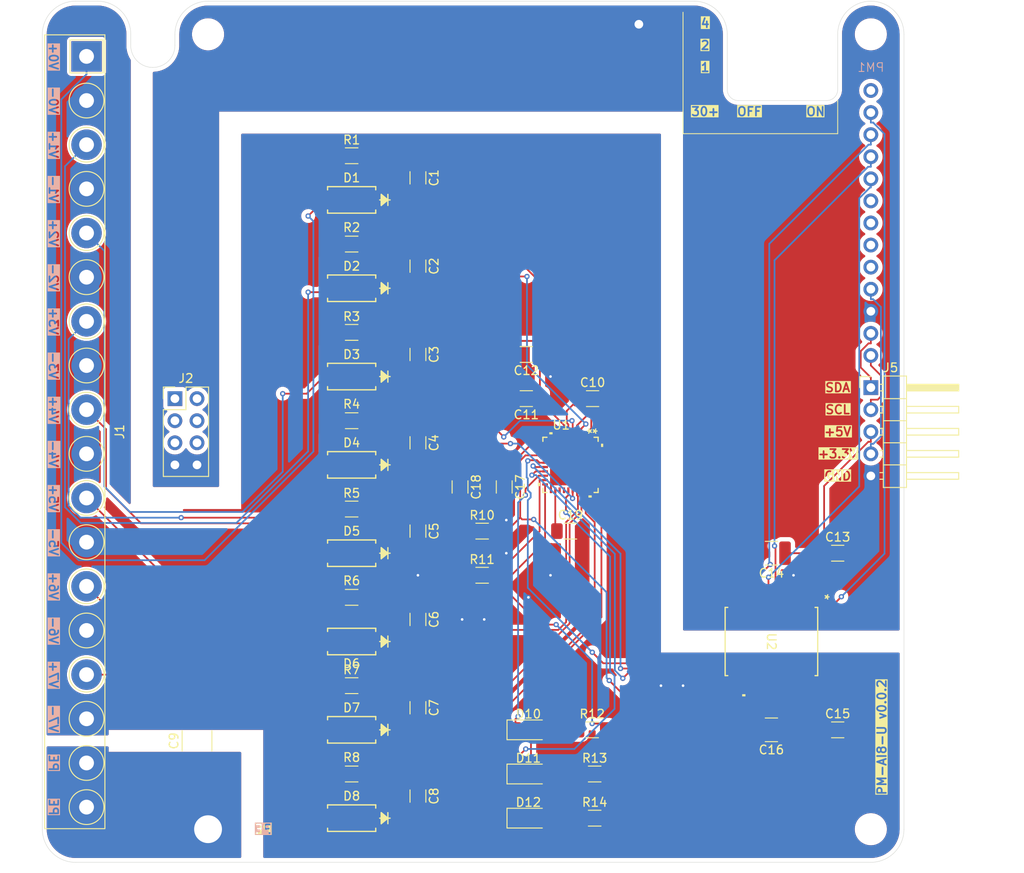
<source format=kicad_pcb>
(kicad_pcb (version 20240108) (generator "pcbnew") (generator_version "8.0")
  (layers (0 "F.Cu" signal) (31 "B.Cu" signal) (34 "B.Paste" user) (35 "F.Paste" user) (36 "B.SilkS" user "B.Silkscreen") (37 "F.SilkS" user "F.Silkscreen") (38 "B.Mask" user) (39 "F.Mask" user) (44 "Edge.Cuts" user))
  (net 0 "")
  (net 4 "FGND")
  (net 13 "/voltage_input/IN02")
  (net 14 "/voltage_input/IN03")
  (net 15 "/voltage_input/IN04")
  (net 16 "/voltage_input/IN05")
  (net 17 "/voltage_input/IN06")
  (net 18 "/voltage_input/IN07")
  (net 19 "/voltage_input/IN08")
  (net 20 "/voltage_input/IN01")
  (net 21 "/AD_VIN6")
  (net 22 "/AD_VIN1")
  (net 23 "/AD_VIN0")
  (net 24 "/AD_VIN5")
  (net 25 "/AD_VIN3")
  (net 26 "/AD_VIN4")
  (net 27 "/AD_VIN2")
  (net 28 "/AD_VIN7")
  (net 29 "Net-(U1-REFOUT)")
  (net 30 "Net-(U1-REGCAPA)")
  (net 32 "/isolation/MOSI_ISO")
  (net 33 "/isolation/MISO_ISO")
  (net 34 "/isolation/CLK_ISO")
  (net 35 "/isolation/CS_ISO")
  (net 36 "/MISO")
  (net 37 "/MOSI")
  (net 38 "/CLK")
  (net 39 "/CS")
  (net 40 "GND")
  (net 41 "+5V")
  (net 42 "+3.3V_ISO")
  (net 43 "Net-(U1-SYNC)")
  (net 44 "Net-(U1-REGCAPD)")
  (net 45 "Net-(D10-K)")
  (net 46 "Net-(D10-A)")
  (net 47 "Net-(D11-A)")
  (net 48 "Net-(D11-K)")
  (net 49 "Net-(D12-K)")
  (net 50 "Net-(D12-A)")
  (net 59 "/SCL")
  (net 61 "/SDA")
  (net 63 "+3.3V")
  (net 65 "PE")
  (footprint "MountingHole:MountingHole_3.2mm_M3" (layer "F.Cu") (at 120.65 54.61)
    (property "Reference" "H2" (hide yes))
    (property "Value" "MountingHole")
  )
  (footprint "Resistor_SMD:R_1206_3216Metric_Pad1.30x1.75mm_HandSolder" (layer "F.Cu") (at 60.96 99.06)
    (property "Reference" "R4")
    (property "Value" "180R")
  )
  (footprint "Capacitor_SMD:C_1206_3216Metric_Pad1.33x1.80mm_HandSolder" (layer "F.Cu") (at 116.84 134.62)
    (property "Reference" "C15")
    (property "Value" "100nF")
  )
  (footprint "kicad_inventree_lib:SMASeries_LTF-M" (layer "F.Cu") (at 60.96 93.98 180)
    (property "Reference" "D3")
    (property "Value" "SMAJ33CA")
  )
  (footprint "Resistor_SMD:R_1206_3216Metric_Pad1.30x1.75mm_HandSolder" (layer "F.Cu") (at 60.96 68.58)
    (property "Reference" "R1")
    (property "Value" "180R")
  )
  (footprint "Capacitor_SMD:C_1206_3216Metric_Pad1.33x1.80mm_HandSolder" (layer "F.Cu") (at 68.58 91.44 -90)
    (property "Reference" "C3")
    (property "Value" "4.7 nF")
  )
  (footprint "Capacitor_SMD:C_1206_3216Metric_Pad1.33x1.80mm_HandSolder" (layer "F.Cu") (at 68.58 121.92 -90)
    (property "Reference" "C6")
    (property "Value" "4.7 nF")
  )
  (footprint "Capacitor_SMD:C_1206_3216Metric_Pad1.33x1.80mm_HandSolder" (layer "F.Cu") (at 86.1208 111.76)
    (property "Reference" "C19")
    (property "Value" "1uF")
  )
  (footprint "Capacitor_SMD:C_1206_3216Metric_Pad1.33x1.80mm_HandSolder" (layer "F.Cu") (at 88.6608 96.52)
    (property "Reference" "C10")
    (property "Value" "100nF")
  )
  (footprint "Resistor_SMD:R_1206_3216Metric_Pad1.30x1.75mm_HandSolder" (layer "F.Cu") (at 60.96 139.7)
    (property "Reference" "R8")
    (property "Value" "180R")
  )
  (footprint "kicad_inventree_lib:PM-front-02x04" (layer "F.Cu") (at 39.37 100.33)
    (property "Reference" "J2")
    (property "Value" "~")
  )
  (footprint "kicad_inventree_lib:SMASeries_LTF-M" (layer "F.Cu") (at 60.96 104.14 180)
    (property "Reference" "D4")
    (property "Value" "SMAJ33CA")
  )
  (footprint "Capacitor_SMD:C_1206_3216Metric_Pad1.33x1.80mm_HandSolder" (layer "F.Cu") (at 73.4208 106.68 -90)
    (property "Reference" "C18")
    (property "Value" "1uF")
  )
  (footprint "Capacitor_SMD:C_1206_3216Metric_Pad1.33x1.80mm_HandSolder" (layer "F.Cu") (at 68.58 71.12 -90)
    (property "Reference" "C1")
    (property "Value" "4.7 nF")
  )
  (footprint "Capacitor_SMD:C_1206_3216Metric_Pad1.33x1.80mm_HandSolder" (layer "F.Cu") (at 68.58 142.24 -90)
    (property "Reference" "C8")
    (property "Value" "4.7 nF")
  )
  (footprint "kicad_inventree_lib:SMASeries_LTF-M" (layer "F.Cu") (at 60.96 134.62 180)
    (property "Reference" "D7")
    (property "Value" "SMAJ33CA")
  )
  (footprint "LED_SMD:LED_1206_3216Metric_Pad1.42x1.75mm_HandSolder" (layer "F.Cu") (at 81.28 134.62)
    (property "Reference" "D10")
    (property "Value" "Green")
  )
  (footprint "Capacitor_SMD:C_1210_3225Metric_Pad1.33x2.70mm_HandSolder" (layer "F.Cu") (at 109.22 134.62 180)
    (property "Reference" "C16")
    (property "Value" "10uF")
  )
  (footprint "NextPCB:Degson_2EDGR-5.08-18P" (layer "F.Cu") (at 30.48 57.15 -90)
    (property "Reference" "J1")
    (property "Value" "2EDGR-5.08-18P")
  )
  (footprint "kicad_inventree_lib:SMASeries_LTF-M" (layer "F.Cu") (at 60.96 124.46 180)
    (property "Reference" "D6")
    (property "Value" "SMAJ33CA")
  )
  (footprint "kicad_inventree_lib:SMASeries_LTF-M" (layer "F.Cu") (at 60.96 114.3 180)
    (property "Reference" "D5")
    (property "Value" "SMAJ33CA")
  )
  (footprint "Connector_PinHeader_2.54mm:PinHeader_1x05_P2.54mm_Horizontal" (layer "F.Cu") (at 120.65 95.25)
    (property "Reference" "J5")
    (property "Value" "PinHeader_01x05_P2.54_THT_angle")
  )
  (footprint "LED_SMD:LED_1206_3216Metric_Pad1.42x1.75mm_HandSolder" (layer "F.Cu") (at 81.28 144.78)
    (property "Reference" "D12")
    (property "Value" "Green")
  )
  (footprint "kicad_inventree_lib:SOIC16-WBW_CLG-M" (layer "F.Cu") (at 109.22 124.46 -90)
    (property "Reference" "U2")
    (property "Value" "CA-IS3641HW")
  )
  (footprint "Resistor_SMD:R_1206_3216Metric_Pad1.30x1.75mm_HandSolder" (layer "F.Cu") (at 60.96 78.74)
    (property "Reference" "R2")
    (property "Value" "180R")
  )
  (footprint "Capacitor_SMD:C_1206_3216Metric_Pad1.33x1.80mm_HandSolder" (layer "F.Cu") (at 68.58 81.28 -90)
    (property "Reference" "C2")
    (property "Value" "4.7 nF")
  )
  (footprint "kicad_inventree_lib:PE" (layer "F.Cu") (at 44.45 146.05)
    (property "Reference" "D9" (hide yes))
    (property "Value" "~")
  )
  (footprint "kicad_inventree_lib:AD4111BCPZ_ADI" (layer "F.Cu") (at 86.1208 104.14 -90)
    (property "Reference" "U1")
    (property "Value" "AD4111BCPZ")
  )
  (footprint "Resistor_SMD:R_1206_3216Metric_Pad1.30x1.75mm_HandSolder" (layer "F.Cu") (at 60.96 119.38)
    (property "Reference" "R6")
    (property "Value" "180R")
  )
  (footprint "Resistor_SMD:R_1206_3216Metric_Pad1.30x1.75mm_HandSolder" (layer "F.Cu") (at 88.9 144.78)
    (property "Reference" "R14")
    (property "Value" "4k7")
  )
  (footprint "Resistor_SMD:R_1206_3216Metric_Pad1.30x1.75mm_HandSolder" (layer "F.Cu") (at 75.9608 116.84)
    (property "Reference" "R11")
    (property "Value" "100k")
  )
  (footprint "MountingHole:MountingHole_3.2mm_M3" (layer "F.Cu") (at 120.65 146.05)
    (property "Reference" "H3" (hide yes))
    (property "Value" "MountingHole")
  )
  (footprint "Resistor_SMD:R_1206_3216Metric_Pad1.30x1.75mm_HandSolder" (layer "F.Cu") (at 60.96 88.9)
    (property "Reference" "R3")
    (property "Value" "180R")
  )
  (footprint "Capacitor_SMD:C_1206_3216Metric_Pad1.33x1.80mm_HandSolder" (layer "F.Cu") (at 81.0408 91.44 180)
    (property "Reference" "C12")
    (property "Value" "1uF")
  )
  (footprint "Resistor_SMD:R_1206_3216Metric_Pad1.30x1.75mm_HandSolder" (layer "F.Cu") (at 88.61 134.62)
    (property "Reference" "R12")
    (property "Value" "4k7")
  )
  (footprint "Capacitor_SMD:C_1206_3216Metric_Pad1.33x1.80mm_HandSolder" (layer "F.Cu") (at 78.5008 106.68 -90)
    (property "Reference" "C17")
    (property "Value" "100nF")
  )
  (footprint "kicad_inventree_lib:SMASeries_LTF-M" (layer "F.Cu") (at 60.96 73.66 180)
    (property "Reference" "D1")
    (property "Value" "SMAJ33CA")
  )
  (footprint "Resistor_SMD:R_1206_3216Metric_Pad1.30x1.75mm_HandSolder" (layer "F.Cu") (at 60.96 109.22)
    (property "Reference" "R5")
    (property "Value" "180R")
  )
  (footprint "Capacitor_SMD:C_1206_3216Metric_Pad1.33x1.80mm_HandSolder" (layer "F.Cu") (at 68.58 111.76 -90)
    (property "Reference" "C5")
    (property "Value" "4.7 nF")
  )
  (footprint "kicad_inventree_lib:SMASeries_LTF-M" (layer "F.Cu") (at 60.96 83.82 180)
    (property "Reference" "D2")
    (property "Value" "SMAJ33CA")
  )
  (footprint "Capacitor_SMD:C_1206_3216Metric_Pad1.33x1.80mm_HandSolder" (layer "F.Cu") (at 116.84 114.3)
    (property "Reference" "C13")
    (property "Value" "100nF")
  )
  (footprint "Resistor_SMD:R_1206_3216Metric_Pad1.30x1.75mm_HandSolder" (layer "F.Cu") (at 88.9 139.7)
    (property "Reference" "R13")
    (property "Value" "4k7")
  )
  (footprint "MountingHole:MountingHole_3.2mm_M3" (layer "F.Cu") (at 44.45 54.61)
    (property "Reference" "H1" (hide yes))
    (property "Value" "MountingHole")
  )
  (footprint "Capacitor_SMD:C_1206_3216Metric_Pad1.33x1.80mm_HandSolder" (layer "F.Cu") (at 68.58 101.6 -90)
    (property "Reference" "C4")
    (property "Value" "4.7 nF")
  )
  (footprint "Capacitor_SMD:C_1812_4532Metric_Pad1.57x3.40mm_HandSolder" (layer "F.Cu") (at 43.18 135.89 90)
    (property "Reference" "C9")
    (property "Value" "4.7nF 2kV")
  )
  (footprint "Resistor_SMD:R_1206_3216Metric_Pad1.30x1.75mm_HandSolder" (layer "F.Cu") (at 60.96 129.54)
    (property "Reference" "R7")
    (property "Value" "180R")
  )
  (footprint "Capacitor_SMD:C_1206_3216Metric_Pad1.33x1.80mm_HandSolder" (layer "F.Cu") (at 68.58 132.08 -90)
    (property "Reference" "C7")
    (property "Value" "4.7 nF")
  )
  (footprint "Resistor_SMD:R_1206_3216Metric_Pad1.30x1.75mm_HandSolder" (layer "F.Cu") (at 75.9608 111.76)
    (property "Reference" "R10")
    (property "Value" "100k")
  )
  (footprint "Capacitor_SMD:C_1206_3216Metric_Pad1.33x1.80mm_HandSolder" (layer "F.Cu") (at 81.0408 96.52 180)
    (property "Reference" "C11")
    (property "Value" "100nF")
  )
  (footprint "Capacitor_SMD:C_1210_3225Metric_Pad1.33x2.70mm_HandSolder" (layer "F.Cu") (at 109.22 114.3 180)
    (property "Reference" "C14")
    (property "Value" "10uF")
  )
  (footprint "kicad_inventree_lib:SMASeries_LTF-M" (layer "F.Cu") (at 60.96 144.78 180)
    (property "Reference" "D8")
    (property "Value" "SMAJ33CA")
  )
  (footprint "LED_SMD:LED_1206_3216Metric_Pad1.42x1.75mm_HandSolder" (layer "F.Cu") (at 81.28 139.7)
    (property "Reference" "D11")
    (property "Value" "Green")
  )
  (footprint "kicad_inventree_lib:PM-ESP32C3" (layer "B.Cu") (at 106.68 50.9125 180)
    (property "Reference" "PM1")
    (property "Value" "~")
  )
  (gr_line (start 99.06 66.04) (end 116.84 66.04) (stroke (width 0.1)) (layer "F.SilkS"))
  (gr_line (start 116.84 66.04) (end 116.84 62.23) (stroke (width 0.1)) (layer "F.SilkS"))
  (gr_line (start 99.06 52.07) (end 99.06 66.04) (stroke (width 0.1)) (layer "F.SilkS"))
  (gr_line (start 104.14 54.61) (end 104.14 60.96) (stroke (width 0.05)) (layer "Edge.Cuts"))
  (gr_line (start 44.45 50.8) (end 100.33 50.8) (stroke (width 0.05)) (layer "Edge.Cuts"))
  (gr_arc (start 38.1 58.42) (mid 36.303949 57.676051) (end 35.56 55.88) (stroke (width 0.05)) (layer "Edge.Cuts"))
  (gr_line (start 124.46 54.61) (end 124.46 146.05) (stroke (width 0.05)) (layer "Edge.Cuts"))
  (gr_arc (start 40.64 54.61) (mid 41.755923 51.915923) (end 44.45 50.8) (stroke (width 0.05)) (layer "Edge.Cuts"))
  (gr_line (start 105.41 62.23) (end 115.57 62.23) (stroke (width 0.05)) (layer "Edge.Cuts"))
  (gr_line (start 40.64 55.88) (end 40.64 54.61) (stroke (width 0.05)) (layer "Edge.Cuts"))
  (gr_arc (start 29.21 149.86) (mid 26.515923 148.744077) (end 25.4 146.05) (stroke (width 0.05)) (layer "Edge.Cuts"))
  (gr_line (start 116.84 54.61) (end 116.84 60.96) (stroke (width 0.05)) (layer "Edge.Cuts"))
  (gr_arc (start 100.33 50.8) (mid 103.024077 51.915923) (end 104.14 54.61) (stroke (width 0.05)) (layer "Edge.Cuts"))
  (gr_line (start 120.65 149.86) (end 29.21 149.86) (stroke (width 0.05)) (layer "Edge.Cuts"))
  (gr_arc (start 120.65 50.8) (mid 123.344077 51.915923) (end 124.46 54.61) (stroke (width 0.05)) (layer "Edge.Cuts"))
  (gr_arc (start 40.64 55.88) (mid 39.896051 57.676051) (end 38.1 58.42) (stroke (width 0.05)) (layer "Edge.Cuts"))
  (gr_arc (start 31.75 50.8) (mid 34.444077 51.915923) (end 35.56 54.61) (stroke (width 0.05)) (layer "Edge.Cuts"))
  (gr_arc (start 25.4 54.61) (mid 26.515923 51.915923) (end 29.21 50.8) (stroke (width 0.05)) (layer "Edge.Cuts"))
  (gr_arc (start 116.84 60.96) (mid 116.468026 61.858026) (end 115.57 62.23) (stroke (width 0.05)) (layer "Edge.Cuts"))
  (gr_line (start 35.56 55.88) (end 35.56 54.61) (stroke (width 0.05)) (layer "Edge.Cuts"))
  (gr_arc (start 124.46 146.05) (mid 123.344077 148.744077) (end 120.65 149.86) (stroke (width 0.05)) (layer "Edge.Cuts"))
  (gr_line (start 25.4 146.05) (end 25.4 54.61) (stroke (width 0.05)) (layer "Edge.Cuts"))
  (gr_arc (start 116.84 54.61) (mid 117.955923 51.915923) (end 120.65 50.8) (stroke (width 0.05)) (layer "Edge.Cuts"))
  (gr_arc (start 105.41 62.23) (mid 104.511974 61.858026) (end 104.14 60.96) (stroke (width 0.05)) (layer "Edge.Cuts"))
  (gr_line (start 29.21 50.8) (end 31.75 50.8) (stroke (width 0.05)) (layer "Edge.Cuts"))
  (gr_text "V2+" (at 26.67 77.47 -90) (layer "B.SilkS" knockout) (effects (font (size 1 1) (thickness 0.2) (bold yes)) (justify mirror)))
  (gr_text "V0-" (at 26.67 62.23 270) (layer "B.SilkS" knockout) (effects (font (size 1 1) (thickness 0.2) (bold yes)) (justify mirror)))
  (gr_text "V1-" (at 26.67 72.39 -90) (layer "B.SilkS" knockout) (effects (font (size 1 1) (thickness 0.2) (bold yes)) (justify mirror)))
  (gr_text "V5+" (at 26.67 107.95 270) (layer "B.SilkS" knockout) (effects (font (size 1 1) (thickness 0.2) (bold yes)) (justify mirror)))
  (gr_text "V6+" (at 26.67 118.11 270) (layer "B.SilkS" knockout) (effects (font (size 1 1) (thickness 0.2) (bold yes)) (justify mirror)))
  (gr_text "PE" (at 50.8 146.05 -0) (layer "B.SilkS" knockout) (effects (font (size 1 1) (thickness 0.2) (bold yes)) (justify mirror)))
  (gr_text "V2-" (at 26.67 82.55 -90) (layer "B.SilkS" knockout) (effects (font (size 1 1) (thickness 0.2) (bold yes)) (justify mirror)))
  (gr_text "PE" (at 26.67 143.51 270) (layer "B.SilkS" knockout) (effects (font (size 1 1) (thickness 0.2) (bold yes)) (justify mirror)))
  (gr_text "V0+" (at 26.67 57.15 270) (layer "B.SilkS" knockout) (effects (font (size 1 1) (thickness 0.2) (bold yes)) (justify mirror)))
  (gr_text "V4+" (at 26.67 97.79 270) (layer "B.SilkS" knockout) (effects (font (size 1 1) (thickness 0.2) (bold yes)) (justify mirror)))
  (gr_text "V7-" (at 26.67 133.35 270) (layer "B.SilkS" knockout) (effects (font (size 1 1) (thickness 0.2) (bold yes)) (justify mirror)))
  (gr_text "V3-" (at 26.67 92.71 270) (layer "B.SilkS" knockout) (effects (font (size 1 1) (thickness 0.2) (bold yes)) (justify mirror)))
  (gr_text "V3+" (at 26.67 87.63 270) (layer "B.SilkS" knockout) (effects (font (size 1 1) (thickness 0.2) (bold yes)) (justify mirror)))
  (gr_text "PE" (at 26.67 138.43 270) (layer "B.SilkS" knockout) (effects (font (size 1 1) (thickness 0.2) (bold yes)) (justify mirror)))
  (gr_text "V1+" (at 26.67 67.31 270) (layer "B.SilkS" knockout) (effects (font (size 1 1) (thickness 0.2) (bold yes)) (justify mirror)))
  (gr_text "V5-" (at 26.67 113.03 270) (layer "B.SilkS" knockout) (effects (font (size 1 1) (thickness 0.2) (bold yes)) (justify mirror)))
  (gr_text "V6-" (at 26.67 123.19 270) (layer "B.SilkS" knockout) (effects (font (size 1 1) (thickness 0.2) (bold yes)) (justify mirror)))
  (gr_text "V4-" (at 26.67 102.87 -90) (layer "B.SilkS" knockout) (effects (font (size 1 1) (thickness 0.2) (bold yes)) (justify mirror)))
  (gr_text "V7+" (at 26.67 128.27 270) (layer "B.SilkS" knockout) (effects (font (size 1 1) (thickness 0.2) (bold yes)) (justify mirror)))
  (gr_text "+5V" (at 116.84 100.33 0) (layer "F.SilkS" knockout) (effects (font (size 1 1) (thickness 0.2) (bold yes))))
  (gr_text "PE" (at 50.8 146.05 0) (layer "F.SilkS" knockout) (effects (font (size 1 1) (thickness 0.2) (bold yes))))
  (gr_text "SCL" (at 116.84 97.79 0) (layer "F.SilkS" knockout) (effects (font (size 1 1) (thickness 0.2) (bold yes))))
  (gr_text "ON" (at 114.3 63.5 0) (layer "F.SilkS" knockout) (effects (font (size 1 1) (thickness 0.2) (bold yes))))
  (gr_text "4" (at 101.6 53.34 0) (layer "F.SilkS" knockout) (effects (font (size 1 1) (thickness 0.2) (bold yes))))
  (gr_text "2" (at 101.6 55.88 0) (layer "F.SilkS" knockout) (effects (font (size 1 1) (thickness 0.2) (bold yes))))
  (gr_text "GND" (at 116.84 105.41 0) (layer "F.SilkS" knockout) (effects (font (size 1 1) (thickness 0.2) (bold yes))))
  (gr_text "30+" (at 101.6 63.5 0) (layer "F.SilkS" knockout) (effects (font (size 1 1) (thickness 0.2) (bold yes))))
  (gr_text "1" (at 101.6 58.42 0) (layer "F.SilkS" knockout) (effects (font (size 1 1) (thickness 0.2) (bold yes))))
  (gr_text "OFF" (at 106.68 63.5 0) (layer "F.SilkS" knockout) (effects (font (size 1 1) (thickness 0.2) (bold yes))))
  (gr_text "SDA" (at 116.84 95.25 0) (layer "F.SilkS" knockout) (effects (font (size 1 1) (thickness 0.2) (bold yes))))
  (gr_text "PM-AI8-U v0.0.2" (at 121.92 142.24 90) (layer "F.SilkS" knockout) (effects (font (size 1 1) (thickness 0.2) (bold yes)) (justify left)))
  (gr_text "+3.3V" (at 116.84 102.87 0) (layer "F.SilkS" knockout) (effects (font (size 1 1) (thickness 0.2) (bold yes))))
  (segment (start 88.370801 107.063002) (end 88.370801 106.390001) (width 0.2) (layer "F.Cu") (net 4))
  (segment (start 84.8708 102.89) (end 86.1208 104.14) (width 0.2) (layer "F.Cu") (net 4))
  (segment (start 83.870799 106.390001) (end 86.1208 104.14) (width 0.2) (layer "F.Cu") (net 4))
  (segment (start 83.197798 101.889999) (end 83.870799 101.889999) (width 0.2) (layer "F.Cu") (net 4))
  (segment (start 88.3708 101.217) (end 90.2233 99.3645) (width 0.2) (layer "F.Cu") (net 4))
  (segment (start 90.2233 99.3645) (end 90.2233 96.52) (width 0.2) (layer "F.Cu") (net 4))
  (segment (start 89.043802 105.39) (end 87.3708 105.39) (width 0.2) (layer "F.Cu") (net 4))
  (segment (start 84.797801 101.847198) (end 84.797801 100.446316) (width 0.2) (layer "F.Cu") (net 4))
  (segment (start 87.870799 105.889999) (end 86.1208 104.14) (width 0.2) (layer "F.Cu") (net 4))
  (segment (start 84.536485 100.185) (end 83.1433 100.185) (width 0.2) (layer "F.Cu") (net 4))
  (segment (start 89.043802 106.390001) (end 88.370801 106.390001) (width 0.2) (layer "F.Cu") (net 4))
  (segment (start 88.370801 106.390001) (end 86.1208 104.14) (width 0.2) (layer "F.Cu") (net 4))
  (segment (start 84.755 101.889999) (end 84.797801 101.847198) (width 0.2) (layer "F.Cu") (net 4))
  (segment (start 89.043802 105.889999) (end 87.870799 105.889999) (width 0.2) (layer "F.Cu") (net 4))
  (segment (start 83.870799 101.889999) (end 84.755 101.889999) (width 0.2) (layer "F.Cu") (net 4))
  (segment (start 88.370801 101.889999) (end 86.1208 104.14) (width 0.2) (layer "F.Cu") (net 4))
  (segment (start 83.870799 107.063002) (end 83.870799 106.390001) (width 0.2) (layer "F.Cu") (net 4))
  (segment (start 83.1433 100.185) (end 79.4783 96.52) (width 0.2) (layer "F.Cu") (net 4))
  (segment (start 88.370801 101.216998) (end 88.370801 101.889999) (width 0.2) (layer "F.Cu") (net 4))
  (segment (start 84.8708 101.216998) (end 84.8708 102.89) (width 0.2) (layer "F.Cu") (net 4))
  (segment (start 84.797801 100.446316) (end 84.536485 100.185) (width 0.2) (layer "F.Cu") (net 4))
  (segment (start 87.3708 105.39) (end 86.1208 104.14) (width 0.2) (layer "F.Cu") (net 4))
  (segment (start 83.870799 101.889999) (end 86.1208 104.14) (width 0.2) (layer "F.Cu") (net 4))
  (via (at 76.2 121.92) (size 0.6) (drill 0.3) (layers "F.Cu" "B.Cu") (net 4))
  (via (at 78.74 110.49) (size 0.6) (drill 0.3) (layers "F.Cu" "B.Cu") (net 4))
  (via (at 78.74 114.3) (size 0.6) (drill 0.3) (layers "F.Cu" "B.Cu") (net 4))
  (via (at 81.28 119.38) (size 0.6) (drill 0.3) (layers "F.Cu" "B.Cu") (net 4))
  (via (at 99.06 129.54) (size 0.6) (drill 0.3) (layers "F.Cu" "B.Cu") (net 4))
  (via (at 96.52 129.54) (size 0.6) (drill 0.3) (layers "F.Cu" "B.Cu") (net 4))
  (via (at 73.66 121.92) (size 0.6) (drill 0.3) (layers "F.Cu" "B.Cu") (net 4))
  (via (at 83.82 93.98) (size 0.6) (drill 0.3) (layers "F.Cu" "B.Cu") (net 4))
  (via (at 83.82 116.84) (size 0.6) (drill 0.3) (layers "F.Cu" "B.Cu") (net 4))
  (via (at 68.58 116.84) (size 0.6) (drill 0.3) (layers "F.Cu" "B.Cu") (net 4))
  (segment (start 57.7631 80.3869) (end 57.7631 83.82) (width 0.2) (layer "F.Cu") (net 13))
  (segment (start 59.3471 83.82) (end 57.7631 83.82) (width 0.2) (layer "F.Cu") (net 13))
  (segment (start 55.9548 84.2712) (end 57.3119 84.2712) (width 0.2) (layer "F.Cu") (net 13))
  (segment (start 57.3119 84.2712) (end 57.7631 83.82) (width 0.2) (layer "F.Cu") (net 13))
  (segment (start 59.41 78.74) (end 57.7631 80.3869) (width 0.2) (layer "F.Cu") (net 13))
  (via (at 55.9548 84.2712) (size 0.6) (drill 0.3) (layers "F.Cu" "B.Cu") (net 13))
  (segment (start 55.9548 84.2712) (end 55.9548 102.581) (width 0.2) (layer "B.Cu") (net 13))
  (segment (start 47.7125 110.823) (end 29.8179 110.823) (width 0.2) (layer "B.Cu") (net 13))
  (segment (start 28.0033 69.7867) (end 30.48 67.31) (width 0.2) (layer "B.Cu") (net 13))
  (segment (start 28.0033 109.009) (end 28.0033 69.7867) (width 0.2) (layer "B.Cu") (net 13))
  (segment (start 55.9548 102.581) (end 47.7125 110.823) (width 0.2) (layer "B.Cu") (net 13))
  (segment (start 29.8179 110.823) (end 28.0033 109.009) (width 0.2) (layer "B.Cu") (net 13))
  (segment (start 57.7627 93.98) (end 57.7627 90.5473) (width 0.2) (layer "F.Cu") (net 14))
  (segment (start 57.7627 90.5473) (end 59.41 88.9) (width 0.2) (layer "F.Cu") (net 14))
  (segment (start 53.0353 95.9492) (end 55.7935 95.9492) (width 0.2) (layer "F.Cu") (net 14))
  (segment (start 55.7935 95.9492) (end 57.7627 93.98) (width 0.2) (layer "F.Cu") (net 14))
  (segment (start 59.3471 93.98) (end 57.7627 93.98) (width 0.2) (layer "F.Cu") (net 14))
  (via (at 53.0353 95.9492) (size 0.6) (drill 0.3) (layers "F.Cu" "B.Cu") (net 14))
  (segment (start 53.0353 95.9492) (end 53.0353 104.924) (width 0.2) (layer "B.Cu") (net 14))
  (segment (start 32.5317 79.5217) (end 30.48 77.47) (width 0.2) (layer "B.Cu") (net 14))
  (segment (start 53.0353 104.924) (end 48.4024 109.557) (width 0.2) (layer "B.Cu") (net 14))
  (segment (start 35.4679 109.557) (end 32.5317 106.621) (width 0.2) (layer "B.Cu") (net 14))
  (segment (start 48.4024 109.557) (end 35.4679 109.557) (width 0.2) (layer "B.Cu") (net 14))
  (segment (start 32.5317 106.621) (end 32.5317 79.5217) (width 0.2) (layer "B.Cu") (net 14))
  (segment (start 57.7627 104.14) (end 57.7627 100.707) (width 0.2) (layer "F.Cu") (net 15))
  (segment (start 57.7627 100.707) (end 59.41 99.06) (width 0.2) (layer "F.Cu") (net 15))
  (segment (start 41.3573 110.212) (end 51.6905 110.212) (width 0.2) (layer "F.Cu") (net 15))
  (segment (start 59.3471 104.14) (end 57.7627 104.14) (width 0.2) (layer "F.Cu") (net 15))
  (segment (start 51.6905 110.212) (end 57.7627 104.14) (width 0.2) (layer "F.Cu") (net 15))
  (via (at 41.3573 110.212) (size 0.6) (drill 0.3) (layers "F.Cu" "B.Cu") (net 15))
  (segment (start 29.7749 110.212) (end 28.4208 108.858) (width 0.2) (layer "B.Cu") (net 15))
  (segment (start 28.4208 89.6892) (end 30.48 87.63) (width 0.2) (layer "B.Cu") (net 15))
  (segment (start 28.4208 108.858) (end 28.4208 89.6892) (width 0.2) (layer "B.Cu") (net 15))
  (segment (start 41.3573 110.212) (end 29.7749 110.212) (width 0.2) (layer "B.Cu") (net 15))
  (segment (start 57.7627 114.3) (end 57.7627 110.867) (width 0.2) (layer "F.Cu") (net 16))
  (segment (start 57.7627 110.867) (end 59.41 109.22) (width 0.2) (layer "F.Cu") (net 16))
  (segment (start 36.7455 110.867) (end 32.7176 106.839) (width 0.2) (layer "F.Cu") (net 16))
  (segment (start 59.3471 114.3) (end 57.7627 114.3) (width 0.2) (layer "F.Cu") (net 16))
  (segment (start 32.7176 100.028) (end 30.48 97.79) (width 0.2) (layer "F.Cu") (net 16))
  (segment (start 57.7627 110.867) (end 36.7455 110.867) (width 0.2) (layer "F.Cu") (net 16))
  (segment (start 32.7176 106.839) (end 32.7176 100.028) (width 0.2) (layer "F.Cu") (net 16))
  (segment (start 59.41 119.38) (end 41.91 119.38) (width 0.2) (layer "F.Cu") (net 17))
  (segment (start 59.41 119.38) (end 57.8644 120.9256) (width 0.2) (layer "F.Cu") (net 17))
  (segment (start 57.8644 120.9256) (end 57.8644 123.4345) (width 0.2) (layer "F.Cu") (net 17))
  (segment (start 41.91 119.38) (end 30.48 107.95) (width 0.2) (layer "F.Cu") (net 17))
  (segment (start 58.8899 124.46) (end 59.3471 124.46) (width 0.2) (layer "F.Cu") (net 17))
  (segment (start 57.8644 123.4345) (end 58.8899 124.46) (width 0.2) (layer "F.Cu") (net 17))
  (segment (start 30.48 118.11) (end 39.6228 127.253) (width 0.2) (layer "F.Cu") (net 18))
  (segment (start 39.6228 127.253) (end 57.1228 127.253) (width 0.2) (layer "F.Cu") (net 18))
  (segment (start 57.7627 134.62) (end 57.7627 131.187) (width 0.2) (layer "F.Cu") (net 18))
  (segment (start 59.3471 134.62) (end 57.7627 134.62) (width 0.2) (layer "F.Cu") (net 18))
  (segment (start 57.1228 127.253) (end 59.41 129.54) (width 0.2) (layer "F.Cu") (net 18))
  (segment (start 57.7627 131.187) (end 59.41 129.54) (width 0.2) (layer "F.Cu") (net 18))
  (segment (start 57.7627 141.347) (end 59.41 139.7) (width 0.2) (layer "F.Cu") (net 19))
  (segment (start 57.7627 144.78) (end 57.7627 141.347) (width 0.2) (layer "F.Cu") (net 19))
  (segment (start 59.3471 144.78) (end 57.7627 144.78) (width 0.2) (layer "F.Cu") (net 19))
  (segment (start 59.41 139.7) (end 47.98 128.27) (width 0.2) (layer "F.Cu") (net 19))
  (segment (start 47.98 128.27) (end 30.48 128.27) (width 0.2) (layer "F.Cu") (net 19))
  (segment (start 59.3471 73.66) (end 57.7627 73.66) (width 0.2) (layer "F.Cu") (net 20))
  (segment (start 57.7627 70.2273) (end 59.41 68.58) (width 0.2) (layer "F.Cu") (net 20))
  (segment (start 55.9548 75.5127) (end 57.7627 73.7048) (width 0.2) (layer "F.Cu") (net 20))
  (segment (start 57.7627 73.66) (end 57.7627 70.2273) (width 0.2) (layer "F.Cu") (net 20))
  (segment (start 57.7627 73.7048) (end 57.7627 73.66) (width 0.2) (layer "F.Cu") (net 20))
  (via (at 55.9548 75.5127) (size 0.6) (drill 0.3) (layers "F.Cu" "B.Cu") (net 20))
  (segment (start 56.5593 102.597) (end 56.5593 76.1172) (width 0.2) (layer "B.Cu") (net 20))
  (segment (start 27.5799 62.1018) (end 27.5799 113.099) (width 0.2) (layer "B.Cu") (net 20))
  (segment (start 30.48 59.2017) (end 27.5799 62.1018) (width 0.2) (layer "B.Cu") (net 20))
  (segment (start 29.5873 115.107) (end 44.0496 115.107) (width 0.2) (layer "B.Cu") (net 20))
  (segment (start 56.5593 76.1172) (end 55.9548 75.5127) (width 0.2) (layer "B.Cu") (net 20))
  (segment (start 30.48 57.15) (end 30.48 59.2017) (width 0.2) (layer "B.Cu") (net 20))
  (segment (start 27.5799 113.099) (end 29.5873 115.107) (width 0.2) (layer "B.Cu") (net 20))
  (segment (start 44.0496 115.107) (end 56.5593 102.597) (width 0.2) (layer "B.Cu") (net 20))
  (segment (start 87.376 107.068) (end 87.3708 107.063) (width 0.2) (layer "F.Cu") (net 21))
  (segment (start 68.5805 130.518) (end 77.8864 130.518) (width 0.2) (layer "F.Cu") (net 21))
  (segment (start 86.0212 122.383) (end 86.0212 110.887) (width 0.2) (layer "F.Cu") (net 21))
  (segment (start 68.5805 130.518) (end 68.58 130.5175) (width 0.2) (layer "F.Cu") (net 21))
  (segment (start 87.268 109.64) (end 87.376 109.532) (width 0.2) (layer "F.Cu") (net 21))
  (segment (start 63.4875 130.518) (end 68.5805 130.518) (width 0.2) (layer "F.Cu") (net 21))
  (segment (start 86.0212 110.887) (end 87.268 109.64) (width 0.2) (layer "F.Cu") (net 21))
  (segment (start 77.8864 130.518) (end 86.0212 122.383) (width 0.2) (layer "F.Cu") (net 21))
  (segment (start 87.376 109.532) (end 87.376 107.068) (width 0.2) (layer "F.Cu") (net 21))
  (segment (start 62.51 129.54) (end 63.4875 130.518) (width 0.2) (layer "F.Cu") (net 21))
  (segment (start 62.51 78.74) (end 63.4875 79.7175) (width 0.2) (layer "F.Cu") (net 22))
  (segment (start 87.8842 99.4403) (end 87.3708 99.9537) (width 0.2) (layer "F.Cu") (net 22))
  (segment (start 87.3708 99.9537) (end 87.3708 101.217) (width 0.2) (layer "F.Cu") (net 22))
  (segment (start 68.58 79.7175) (end 71.3282 82.4657) (width 0.2) (layer "F.Cu") (net 22))
  (segment (start 63.4875 79.7175) (end 68.58 79.7175) (width 0.2) (layer "F.Cu") (net 22))
  (segment (start 71.3282 82.4657) (end 81.1163 82.4657) (width 0.2) (layer "F.Cu") (net 22))
  (via (at 87.8842 99.4403) (size 0.6) (drill 0.3) (layers "F.Cu" "B.Cu") (net 22))
  (via (at 81.1163 82.4657) (size 0.6) (drill 0.3) (layers "F.Cu" "B.Cu") (net 22))
  (segment (start 81.1163 92.6724) (end 87.8842 99.4403) (width 0.2) (layer "B.Cu") (net 22))
  (segment (start 81.1163 82.4657) (end 81.1163 92.6724) (width 0.2) (layer "B.Cu") (net 22))
  (segment (start 87.8708 101.217) (end 87.8708 100.585) (width 0.2) (layer "F.Cu") (net 23))
  (segment (start 68.58 69.5575) (end 63.4875 69.5575) (width 0.2) (layer "F.Cu") (net 23))
  (segment (start 88.5104 99.9455) (end 88.5104 89.0089) (width 0.2) (layer "F.Cu") (net 23))
  (segment (start 88.5104 89.0089) (end 69.059 69.5575) (width 0.2) (layer "F.Cu") (net 23))
  (segment (start 63.4875 69.5575) (end 62.51 68.58) (width 0.2) (layer "F.Cu") (net 23))
  (segment (start 69.059 69.5575) (end 68.58 69.5575) (width 0.2) (layer "F.Cu") (net 23))
  (segment (start 87.8708 100.585) (end 88.5104 99.9455) (width 0.2) (layer "F.Cu") (net 23))
  (segment (start 68.58 120.358) (end 68.58 120.3575) (width 0.2) (layer "F.Cu") (net 24))
  (segment (start 68.5795 120.358) (end 68.5798 120.358) (width 0.2) (layer "F.Cu") (net 24))
  (segment (start 68.5799 120.358) (end 68.58 120.358) (width 0.2) (layer "F.Cu") (net 24))
  (segment (start 86.976 107.742) (end 86.8708 107.637) (width 0.2) (layer "F.Cu") (net 24))
  (segment (start 84.7132 123.125) (end 85.6212 122.217) (width 0.2) (layer "F.Cu") (net 24))
  (segment (start 68.5798 120.358) (end 68.5799 120.358) (width 0.2) (layer "F.Cu") (net 24))
  (segment (start 68.5799 120.358) (end 68.58 120.358) (width 0.2) (layer "F.Cu") (net 24))
  (segment (start 68.5798 120.358) (end 68.5799 120.358) (width 0.2) (layer "F.Cu") (net 24))
  (segment (start 63.4875 120.358) (end 68.5795 120.358) (width 0.2) (layer "F.Cu") (net 24))
  (segment (start 86.8708 107.637) (end 86.8708 107.063) (width 0.2) (layer "F.Cu") (net 24))
  (segment (start 68.58 120.358) (end 71.3472 123.125) (width 0.2) (layer "F.Cu") (net 24))
  (segment (start 68.5795 120.358) (end 68.5798 120.358) (width 0.2) (layer "F.Cu") (net 24))
  (segment (start 68.5799 120.358) (end 68.58 120.358) (width 0.2) (layer "F.Cu") (net 24))
  (segment (start 68.5798 120.358) (end 68.5799 120.358) (width 0.2) (layer "F.Cu") (net 24))
  (segment (start 85.6212 110.721) (end 86.976 109.366) (width 0.2) (layer "F.Cu") (net 24))
  (segment (start 71.3472 123.125) (end 84.7132 123.125) (width 0.2) (layer "F.Cu") (net 24))
  (segment (start 62.51 119.38) (end 63.4875 120.358) (width 0.2) (layer "F.Cu") (net 24))
  (segment (start 85.6212 122.217) (end 85.6212 110.721) (width 0.2) (layer "F.Cu") (net 24))
  (segment (start 86.976 109.366) (end 86.976 107.742) (width 0.2) (layer "F.Cu") (net 24))
  (segment (start 68.5802 100.038) (end 68.5801 100.038) (width 0.2) (layer "F.Cu") (net 25))
  (segment (start 68.5802 100.038) (end 68.5801 100.038) (width 0.2) (layer "F.Cu") (net 25))
  (segment (start 68.5802 100.038) (end 68.5801 100.038) (width 0.2) (layer "F.Cu") (net 25))
  (segment (start 68.5803 100.038) (end 68.5802 100.038) (width 0.2) (layer "F.Cu") (net 25))
  (segment (start 68.5803 100.038) (end 68.5802 100.038) (width 0.2) (layer "F.Cu") (net 25))
  (segment (start 68.5801 100.038) (end 68.58 100.038) (width 0.2) (layer "F.Cu") (net 25))
  (segment (start 68.5803 100.038) (end 68.5802 100.038) (width 0.2) (layer "F.Cu") (net 25))
  (segment (start 78.448 100.926) (end 77.56 100.038) (width 0.2) (layer "F.Cu") (net 25))
  (segment (start 68.5805 100.038) (end 68.5803 100.038) (width 0.2) (layer "F.Cu") (net 25))
  (segment (start 68.5801 100.038) (end 68.58 100.038) (width 0.2) (layer "F.Cu") (net 25))
  (segment (start 68.58 100.038) (end 63.4875 100.038) (width 0.2) (layer "F.Cu") (net 25))
  (segment (start 68.58 100.0379) (end 68.58 100.0375) (width 0.2) (layer "F.Cu") (net 25))
  (segment (start 77.56 100.038) (end 68.5805 100.038) (width 0.2) (layer "F.Cu") (net 25))
  (segment (start 86.3708 101.217) (end 86.3708 99.1393) (width 0.2) (layer "F.Cu") (net 25))
  (segment (start 68.5801 100.038) (end 68.58 100.0379) (width 0.2) (layer "F.Cu") (net 25))
  (segment (start 68.5805 100.038) (end 68.5803 100.038) (width 0.2) (layer "F.Cu") (net 25))
  (segment (start 63.4875 100.038) (end 62.51 99.06) (width 0.2) (layer "F.Cu") (net 25))
  (segment (start 86.3708 99.1393) (end 86.2902 99.0587) (width 0.2) (layer "F.Cu") (net 25))
  (segment (start 68.5801 100.038) (end 68.58 100.038) (width 0.2) (layer "F.Cu") (net 25))
  (via (at 78.448 100.926) (size 0.6) (drill 0.3) (layers "F.Cu" "B.Cu") (net 25))
  (via (at 86.2902 99.0587) (size 0.6) (drill 0.3) (layers "F.Cu" "B.Cu") (net 25))
  (segment (start 86.2902 99.0587) (end 80.3148 99.0587) (width 0.2) (layer "B.Cu") (net 25))
  (segment (start 80.3148 99.0587) (end 78.448 100.926) (width 0.2) (layer "B.Cu") (net 25))
  (segment (start 68.03 109.648) (end 68.305 109.923) (width 0.2) (layer "F.Cu") (net 26))
  (segment (start 68.305 109.923) (end 68.3055 109.923) (width 0.2) (layer "F.Cu") (net 26))
  (segment (start 68.305 109.923) (end 68.58 110.198) (width 0.2) (layer "F.Cu") (net 26))
  (segment (start 67.4796 109.097) (end 74.886 101.691) (width 0.2) (layer "F.Cu") (net 26))
  (segment (start 74.886 101.691) (end 79.2132 101.691) (width 0.2) (layer "F.Cu") (net 26))
  (segment (start 68.58 110.198) (end 68.0298 109.648) (width 0.2) (layer "F.Cu") (net 26))
  (segment (start 67.3567 109.22) (end 67.4796 109.097) (width 0.2) (layer "F.Cu") (net 26))
  (segment (start 86.3549 107.998) (end 86.3708 107.982) (width 0.2) (layer "F.Cu") (net 26))
  (segment (start 68.0298 109.648) (end 68.03 109.648) (width 0.2) (layer "F.Cu") (net 26))
  (segment (start 86.3708 107.982) (end 86.3708 107.063) (width 0.2) (layer "F.Cu") (net 26))
  (segment (start 68.58 110.1975) (end 68.5798 110.1977) (width 0.2) (layer "F.Cu") (net 26))
  (segment (start 62.51 109.22) (end 67.3567 109.22) (width 0.2) (layer "F.Cu") (net 26))
  (segment (start 68.3055 109.923) (end 68.5798 110.1977) (width 0.2) (layer "F.Cu") (net 26))
  (segment (start 67.4796 109.097) (end 68.0298 109.648) (width 0.2) (layer "F.Cu") (net 26))
  (segment (start 68.5798 110.1977) (end 68.58 110.198) (width 0.2) (layer "F.Cu") (net 26))
  (via (at 86.3549 107.998) (size 0.6) (drill 0.3) (layers "F.Cu" "B.Cu") (net 26))
  (via (at 79.2132 101.691) (size 0.6) (drill 0.3) (layers "F.Cu" "B.Cu") (net 26))
  (segment (start 80.0896 101.691) (end 79.2132 101.691) (width 0.2) (layer "B.Cu") (net 26))
  (segment (start 86.3549 107.956) (end 80.0896 101.691) (width 0.2) (layer "B.Cu") (net 26))
  (segment (start 86.3549 107.998) (end 86.3549 107.956) (width 0.2) (layer "B.Cu") (net 26))
  (segment (start 63.4875 89.8775) (end 68.58 89.8775) (width 0.2) (layer "F.Cu") (net 27))
  (segment (start 62.51 88.9) (end 63.4875 89.8775) (width 0.2) (layer "F.Cu") (net 27))
  (segment (start 88.0683 98.4054) (end 86.8708 99.6029) (width 0.2) (layer "F.Cu") (net 27))
  (segment (start 88.0683 95.0588) (end 88.0683 98.4054) (width 0.2) (layer "F.Cu") (net 27))
  (segment (start 68.58 89.8775) (end 82.887 89.8775) (width 0.2) (layer "F.Cu") (net 27))
  (segment (start 86.8708 99.6029) (end 86.8708 101.217) (width 0.2) (layer "F.Cu") (net 27))
  (segment (start 82.887 89.8775) (end 88.0683 95.0588) (width 0.2) (layer "F.Cu") (net 27))
  (segment (start 88.9 110.744) (end 88.9 121.862) (width 0.2) (layer "F.Cu") (net 28))
  (segment (start 68.5799 140.678) (end 68.58 140.678) (width 0.2) (layer "F.Cu") (net 28))
  (segment (start 87.8708 109.715) (end 88.9 110.744) (width 0.2) (layer "F.Cu") (net 28))
  (segment (start 68.58 140.678) (end 68.58 140.6775) (width 0.2) (layer "F.Cu") (net 28))
  (segment (start 84.6115 126.151) (end 70.0848 140.678) (width 0.2) (layer "F.Cu") (net 28))
  (segment (start 68.5798 140.678) (end 68.5799 140.678) (width 0.2) (layer "F.Cu") (net 28))
  (segment (start 68.5799 140.678) (end 68.58 140.678) (width 0.2) (layer "F.Cu") (net 28))
  (segment (start 88.9 121.862) (end 84.6115 126.151) (width 0.2) (layer "F.Cu") (net 28))
  (segment (start 68.58 140.678) (end 68.5799 140.678) (width 0.2) (layer "F.Cu") (net 28))
  (segment (start 70.0848 140.678) (end 68.58 140.678) (width 0.2) (layer "F.Cu") (net 28))
  (segment (start 68.5798 140.678) (end 68.5799 140.678) (width 0.2) (layer "F.Cu") (net 28))
  (segment (start 63.4875 140.678) (end 62.51 139.7) (width 0.2) (layer "F.Cu") (net 28))
  (segment (start 87.8708 107.063) (end 87.8708 109.715) (width 0.2) (layer "F.Cu") (net 28))
  (segment (start 68.5799 140.678) (end 68.5798 140.678) (width 0.2) (layer "F.Cu") (net 28))
  (segment (start 68.5795 140.678) (end 68.5798 140.678) (width 0.2) (layer "F.Cu") (net 28))
  (segment (start 68.5795 140.678) (end 63.4875 140.678) (width 0.2) (layer "F.Cu") (net 28))
  (segment (start 85.8708 99.4901) (end 85.8708 101.217) (width 0.2) (layer "F.Cu") (net 29))
  (segment (start 87.0983 96.52) (end 85.6885 97.9298) (width 0.2) (layer "F.Cu") (net 29))
  (segment (start 85.6885 99.3078) (end 85.8708 99.4901) (width 0.2) (layer "F.Cu") (net 29))
  (segment (start 85.6885 97.9298) (end 85.6885 99.3078) (width 0.2) (layer "F.Cu") (net 29))
  (segment (start 82.6033 96.7906) (end 85.3708 99.5581) (width 0.2) (layer "F.Cu") (net 30))
  (segment (start 82.6033 96.52) (end 82.6033 96.7906) (width 0.2) (layer "F.Cu") (net 30))
  (segment (start 82.6033 96.52) (end 82.6033 91.44) (width 0.2) (layer "F.Cu") (net 30))
  (segment (start 85.3708 99.5581) (end 85.3708 101.217) (width 0.2) (layer "F.Cu") (net 30))
  (segment (start 111.125 128.108) (end 109.982 126.965) (width 0.2) (layer "F.Cu") (net 32))
  (segment (start 109.982 126.965) (end 89.8884 126.965) (width 0.2) (layer "F.Cu") (net 32))
  (segment (start 111.125 129.3368) (end 111.125 128.108) (width 0.2) (layer "F.Cu") (net 32))
  (segment (start 82.2796 103.604) (end 81.2814 103.604) (width 0.2) (layer "F.Cu") (net 32))
  (segment (start 82.5659 103.89) (end 82.2796 103.604) (width 0.2) (layer "F.Cu") (net 32))
  (segment (start 111.125 129.337) (end 111.125 129.3368) (width 0.2) (layer "F.Cu") (net 32))
  (segment (start 89.8884 126.965) (end 88.6247 125.701) (width 0.2) (layer "F.Cu") (net 32))
  (segment (start 81.2814 103.604) (end 81.2107 103.674) (width 0.2) (layer "F.Cu") (net 32))
  (segment (start 83.1978 103.89) (end 82.5659 103.89) (width 0.2) (layer "F.Cu") (net 32))
  (via (at 81.2107 103.674) (size 0.6) (drill 0.3) (layers "F.Cu" "B.Cu") (net 32))
  (via (at 88.6247 125.701) (size 0.6) (drill 0.3) (layers "F.Cu" "B.Cu") (net 32))
  (segment (start 81.2107 118.287) (end 88.6247 125.701) (width 0.2) (layer "B.Cu") (net 32))
  (segment (start 81.0802 105.568) (end 81.2107 105.699) (width 0.2) (layer "B.Cu") (net 32))
  (segment (start 81.2107 103.674) (end 81.0802 103.805) (width 0.2) (layer "B.Cu") (net 32))
  (segment (start 81.2107 108.208) (end 81.2107 118.287) (width 0.2) (layer "B.Cu") (net 32))
  (segment (start 81.2107 105.699) (end 81.2107 107.046) (width 0.2) (layer "B.Cu") (net 32))
  (segment (start 81.2107 107.046) (end 81.5423 107.378) (width 0.2) (layer "B.Cu") (net 32))
  (segment (start 81.0802 103.805) (end 81.0802 105.568) (width 0.2) (layer "B.Cu") (net 32))
  (segment (start 81.5423 107.876) (end 81.2107 108.208) (width 0.2) (layer "B.Cu") (net 32))
  (segment (start 81.5423 107.378) (end 81.5423 107.876) (width 0.2) (layer "B.Cu") (net 32))
  (segment (start 80.3389 110.193) (end 80.5609 110.415) (width 0.2) (layer "F.Cu") (net 33))
  (segment (start 107.315 130.566) (end 92.1953 130.566) (width 0.2) (layer "F.Cu") (net 33))
  (segment (start 82.4087 103.045) (end 80.947 103.045) (width 0.2) (layer "F.Cu") (net 33))
  (segment (start 80.5609 110.415) (end 81.8883 110.415) (width 0.2) (layer "F.Cu") (net 33))
  (segment (start 80.3389 103.653) (end 80.3389 110.193) (width 0.2) (layer "F.Cu") (net 33))
  (segment (start 80.3389 110.193) (end 78.7721 111.76) (width 0.2) (layer "F.Cu") (net 33))
  (segment (start 92.1953 130.566) (end 90.5733 128.944) (width 0.2) (layer "F.Cu") (net 33))
  (segment (start 78.7721 111.76) (end 77.5108 111.76) (width 0.2) (layer "F.Cu") (net 33))
  (segment (start 107.315 129.337) (end 107.315 130.566) (width 0.2) (layer "F.Cu") (net 33))
  (segment (start 107.315 129.337) (end 107.315 129.3368) (width 0.2) (layer "F.Cu") (net 33))
  (segment (start 82.7539 103.39) (end 82.4087 103.045) (width 0.2) (layer "F.Cu") (net 33))
  (segment (start 83.1978 103.39) (end 82.7539 103.39) (width 0.2) (layer "F.Cu") (net 33))
  (segment (start 80.947 103.045) (end 80.3389 103.653) (width 0.2) (layer "F.Cu") (net 33))
  (via (at 81.8883 110.415) (size 0.6) (drill 0.3) (layers "F.Cu" "B.Cu") (net 33))
  (via (at 90.5733 128.944) (size 0.6) (drill 0.3) (layers "F.Cu" "B.Cu") (net 33))
  (segment (start 81.8883 110.415) (end 90.2674 118.794) (width 0.2) (layer "B.Cu") (net 33))
  (segment (start 90.2674 118.794) (end 90.2674 128.638) (width 0.2) (layer "B.Cu") (net 33))
  (segment (start 90.2674 128.638) (end 90.5733 128.944) (width 0.2) (layer "B.Cu") (net 33))
  (segment (start 109.855 129.3368) (end 109.855 129.337) (width 0.2) (layer "F.Cu") (net 34))
  (segment (start 91.8687 127.567) (end 109.314 127.567) (width 0.2) (layer "F.Cu") (net 34))
  (segment (start 83.1978 104.39) (end 81.9401 104.39) (width 0.2) (layer "F.Cu") (net 34))
  (segment (start 109.855 128.108) (end 109.855 129.3368) (width 0.2) (layer "F.Cu") (net 34))
  (segment (start 109.314 127.567) (end 109.855 128.108) (width 0.2) (layer "F.Cu") (net 34))
  (segment (start 81.9401 104.39) (end 81.8191 104.269) (width 0.2) (layer "F.Cu") (net 34))
  (via (at 81.8191 104.269) (size 0.6) (drill 0.3) (layers "F.Cu" "B.Cu") (net 34))
  (via (at 91.8687 127.567) (size 0.6) (drill 0.3) (layers "F.Cu" "B.Cu") (net 34))
  (segment (start 81.8191 104.269) (end 81.8191 104.311) (width 0.2) (layer "B.Cu") (net 34))
  (segment (start 91.8687 114.36) (end 91.8687 127.567) (width 0.2) (layer "B.Cu") (net 34))
  (segment (start 81.8191 104.311) (end 91.8687 114.36) (width 0.2) (layer "B.Cu") (net 34))
  (segment (start 92.1379 128.695) (end 92.725 128.108) (width 0.2) (layer "F.Cu") (net 35))
  (segment (start 83.1978 104.89) (end 82.1113 104.89) (width 0.2) (layer "F.Cu") (net 35))
  (segment (start 82.1113 104.89) (end 81.6819 105.319) (width 0.2) (layer "F.Cu") (net 35))
  (segment (start 92.725 128.108) (end 108.585 128.108) (width 0.2) (layer "F.Cu") (net 35))
  (segment (start 108.585 129.3368) (end 108.585 129.337) (width 0.2) (layer "F.Cu") (net 35))
  (segment (start 108.585 128.108) (end 108.585 129.3368) (width 0.2) (layer "F.Cu") (net 35))
  (via (at 81.6819 105.319) (size 0.6) (drill 0.3) (layers "F.Cu" "B.Cu") (net 35))
  (via (at 92.1379 128.695) (size 0.6) (drill 0.3) (layers "F.Cu" "B.Cu") (net 35))
  (segment (start 91.2203 114.383) (end 82.1568 105.319) (width 0.2) (layer "B.Cu") (net 35))
  (segment (start 92.1379 128.695) (end 91.2203 127.778) (width 0.2) (layer "B.Cu") (net 35))
  (segment (start 91.2203 127.778) (end 91.2203 114.383) (width 0.2) (layer "B.Cu") (net 35))
  (segment (start 82.1568 105.319) (end 81.6819 105.319) (width 0.2) (layer "B.Cu") (net 35))
  (segment (start 107.315 117.367) (end 109.086 115.596) (width 0.2) (layer "F.Cu") (net 36))
  (segment (start 107.315 119.583) (end 107.315 117.367) (width 0.2) (layer "F.Cu") (net 36))
  (segment (start 107.315 119.583) (end 107.315 119.5832) (width 0.2) (layer "F.Cu") (net 36))
  (via (at 109.086 115.596) (size 0.6) (drill 0.3) (layers "F.Cu" "B.Cu") (net 36))
  (segment (start 108.975 115.484) (end 109.086 115.596) (width 0.2) (layer "B.Cu") (net 36))
  (segment (start 120.65 66.1525) (end 120.65 67.3042) (width 0.2) (layer "B.Cu") (net 36))
  (segment (start 120.65 67.3042) (end 120.382 67.3042) (width 0.2) (layer "B.Cu") (net 36))
  (segment (start 120.382 67.3042) (end 108.975 78.7106) (width 0.2) (layer "B.Cu") (net 36))
  (segment (start 108.975 78.7106) (end 108.975 115.484) (width 0.2) (layer "B.Cu") (net 36))
  (segment (start 111.125 119.5832) (end 111.125 120.812) (width 0.2) (layer "F.Cu") (net 37))
  (segment (start 111.125 119.583) (end 111.125 119.5832) (width 0.2) (layer "F.Cu") (net 37))
  (segment (start 111.125 120.812) (end 115.758 120.812) (width 0.2) (layer "F.Cu") (net 37))
  (segment (start 115.758 120.812) (end 117.264 119.305) (width 0.2) (layer "F.Cu") (net 37))
  (via (at 117.264 119.305) (size 0.6) (drill 0.3) (layers "F.Cu" "B.Cu") (net 37))
  (segment (start 122.225 66.0703) (end 122.225 114.345) (width 0.2) (layer "B.Cu") (net 37))
  (segment (start 120.65 64.7642) (end 120.918 64.7642) (width 0.2) (layer "B.Cu") (net 37))
  (segment (start 122.225 114.345) (end 117.264 119.305) (width 0.2) (layer "B.Cu") (net 37))
  (segment (start 120.65 63.6125) (end 120.65 64.7642) (width 0.2) (layer "B.Cu") (net 37))
  (segment (start 120.918 64.7642) (end 122.225 66.0703) (width 0.2) (layer "B.Cu") (net 37))
  (segment (start 109.688 113.578) (end 109.577 113.466) (width 0.2) (layer "F.Cu") (net 38))
  (segment (start 109.855 119.583) (end 109.855 119.5832) (width 0.2) (layer "F.Cu") (net 38))
  (segment (start 109.855 119.583) (end 109.855 118.354) (width 0.2) (layer "F.Cu") (net 38))
  (segment (start 109.688 118.188) (end 109.688 113.578) (width 0.2) (layer "F.Cu") (net 38))
  (segment (start 109.855 118.354) (end 109.688 118.188) (width 0.2) (layer "F.Cu") (net 38))
  (via (at 109.577 113.466) (size 0.6) (drill 0.3) (layers "F.Cu" "B.Cu") (net 38))
  (segment (start 120.65 69.8442) (end 120.339 69.8442) (width 0.2) (layer "B.Cu") (net 38))
  (segment (start 120.65 68.6925) (end 120.65 69.8442) (width 0.2) (layer "B.Cu") (net 38))
  (segment (start 120.339 69.8442) (end 109.577 80.6062) (width 0.2) (layer "B.Cu") (net 38))
  (segment (start 109.577 80.6062) (end 109.577 113.466) (width 0.2) (layer "B.Cu") (net 38))
  (segment (start 108.585 118.354) (end 108.88 118.06) (width 0.2) (layer "F.Cu") (net 39))
  (segment (start 108.88 118.06) (end 108.88 117.06) (width 0.2) (layer "F.Cu") (net 39))
  (segment (start 108.585 119.583) (end 108.585 118.354) (width 0.2) (layer "F.Cu") (net 39))
  (segment (start 108.585 119.583) (end 108.585 119.5832) (width 0.2) (layer "F.Cu") (net 39))
  (via (at 108.88 117.06) (size 0.6) (drill 0.3) (layers "F.Cu" "B.Cu") (net 39))
  (segment (start 119.317 73.4677) (end 119.317 106.623) (width 0.2) (layer "B.Cu") (net 39))
  (segment (start 119.317 106.623) (end 108.88 117.06) (width 0.2) (layer "B.Cu") (net 39))
  (segment (start 120.65 71.2325) (end 120.65 72.2179) (width 0.2) (layer "B.Cu") (net 39))
  (segment (start 120.566 72.2179) (end 119.317 73.4677) (width 0.2) (layer "B.Cu") (net 39))
  (segment (start 120.65 72.2179) (end 120.566 72.2179) (width 0.2) (layer "B.Cu") (net 39))
  (via (at 111.76 116.84) (size 0.6) (drill 0.3) (layers "F.Cu" "B.Cu") (net 40))
  (segment (start 115.278 106.566) (end 115.278 114.3) (width 0.2) (layer "F.Cu") (net 41))
  (segment (start 115.278 116.742) (end 115.278 114.3) (width 0.2) (layer "F.Cu") (net 41))
  (segment (start 120.362 101.482) (end 115.278 106.566) (width 0.2) (layer "F.Cu") (net 41))
  (segment (start 115.2775 114.3) (end 115.278 114.3) (width 0.2) (layer "F.Cu") (net 41))
  (segment (start 110.782 114.3) (end 110.7825 114.3) (width 0.2) (layer "F.Cu") (net 41))
  (segment (start 120.65 101.482) (end 120.362 101.482) (width 0.2) (layer "F.Cu") (net 41))
  (segment (start 120.65 100.33) (end 120.65 101.482) (width 0.2) (layer "F.Cu") (net 41))
  (segment (start 113.665 118.354) (end 115.278 116.742) (width 0.2) (layer "F.Cu") (net 41))
  (segment (start 110.7825 114.3) (end 115.2775 114.3) (width 0.2) (layer "F.Cu") (net 41))
  (segment (start 113.665 119.583) (end 113.665 119.5832) (width 0.2) (layer "F.Cu") (net 41))
  (segment (start 113.665 119.583) (end 113.665 118.354) (width 0.2) (layer "F.Cu") (net 41))
  (segment (start 74.6287 105.118) (end 73.4208 105.118) (width 0.2) (layer "F.Cu") (net 42))
  (segment (start 113.665 129.337) (end 113.665 129.3368) (width 0.2) (layer "F.Cu") (net 42))
  (segment (start 83.1978 112.9594) (end 79.0562 117.101) (width 0.2) (layer "F.Cu") (net 42))
  (segment (start 78.5008 105.118) (end 74.6287 105.118) (width 0.2) (layer "F.Cu") (net 42))
  (segment (start 74.4108 111.76) (end 74.4108 116.84) (width 0.2) (layer "F.Cu") (net 42))
  (segment (start 110.576 134.826) (end 110.679 134.723) (width 0.2) (layer "F.Cu") (net 42))
  (segment (start 90.45 139.7) (end 90.45 144.78) (width 0.2) (layer "F.Cu") (net 42))
  (segment (start 82.6356 122.514) (end 84.4687 122.514) (width 0.2) (layer "F.Cu") (net 42))
  (segment (start 90.45 136.332) (end 90.45 134.91) (width 0.2) (layer "F.Cu") (net 42))
  (segment (start 113.665 129.337) (end 113.665 133.32) (width 0.2) (layer "F.Cu") (net 42))
  (segment (start 79.0562 117.101) (end 78.1396 118.018) (width 0.2) (layer "F.Cu") (net 42))
  (segment (start 78.5008 104.878) (end 78.5008 105.1175) (width 0.2) (layer "F.Cu") (net 42))
  (segment (start 110.679 134.723) (end 110.7305 134.6715) (width 0.2) (layer "F.Cu") (net 42))
  (segment (start 110.731 134.6715) (end 110.7825 134.62) (width 0.2) (layer "F.Cu") (net 42))
  (segment (start 78.1396 118.018) (end 75.5885 118.018) (width 0.2) (layer "F.Cu") (net 42))
  (segment (start 74.6287 111.542) (end 74.4108 111.76) (width 0.2) (layer "F.Cu") (net 42))
  (segment (start 115.2775 134.6195) (end 115.278 134.62) (width 0.2) (layer "F.Cu") (net 42))
  (segment (start 90.45 134.91) (end 90.16 134.62) (width 0.2) (layer "F.Cu") (net 42))
  (segment (start 110.731 134.6715) (end 110.782 134.62) (width 0.2) (layer "F.Cu") (net 42))
  (segment (start 79.0562 117.101) (end 78.4608 117.6964) (width 0.2) (layer "F.Cu") (net 42))
  (segment (start 110.68 134.723) (end 110.731 134.6715) (width 0.2) (layer "F.Cu") (net 42))
  (segment (start 78.145544 118.015) (end 78.1422 118.015) (width 0.2) (layer "F.Cu") (net 42))
  (segment (start 84.3708 101.217) (end 84.3708 100.585) (width 0.2) (layer "F.Cu") (net 42))
  (segment (start 113.665 133.32) (end 113.978 133.32) (width 0.2) (layer "F.Cu") (net 42))
  (segment (start 110.679 134.723) (end 110.7305 134.6715) (width 0.2) (layer "F.Cu") (net 42))
  (segment (start 110.679 134.723) (end 110.68 134.723) (width 0.2) (layer "F.Cu") (net 42))
  (segment (start 78.4608 117.699744) (end 78.145544 118.015) (width 0.2) (layer "F.Cu") (net 42))
  (segment (start 113.978 133.32) (end 115.2775 134.6195) (width 0.2) (layer "F.Cu") (net 42))
  (segment (start 88.61 133.903) (end 89.4427 133.903) (width 0.2) (layer "F.Cu") (net 42))
  (segment (start 78.5008 105.1175) (end 78.5008 105.118) (width 0.2) (layer "F.Cu") (net 42))
  (segment (start 110.7305 134.6715) (end 110.782 134.62) (width 0.2) (layer "F.Cu") (net 42))
  (segment (start 74.6287 105.118) (end 74.6287 111.542) (width 0.2) (layer "F.Cu") (net 42))
  (segment (start 82.7941 100.585) (end 78.5008 104.878) (width 0.2) (layer "F.Cu") (net 42))
  (segment (start 75.5885 118.018) (end 74.4108 116.84) (width 0.2) (layer "F.Cu") (net 42))
  (segment (start 90.45 136.332) (end 109.07 136.332) (width 0.2) (layer "F.Cu") (net 42))
  (segment (start 83.1978 106.39) (end 83.1978 112.9594) (width 0.2) (layer "F.Cu") (net 42))
  (segment (start 78.4608 117.6964) (end 78.4608 117.699744) (width 0.2) (layer "F.Cu") (net 42))
  (segment (start 110.7305 134.6715) (end 110.782 134.62) (width 0.2) (layer "F.Cu") (net 42))
  (segment (start 110.576 134.826) (end 110.679 134.723) (width 0.2) (layer "F.Cu") (net 42))
  (segment (start 90.45 136.332) (end 90.45 139.7) (width 0.2) (layer "F.Cu") (net 42))
  (segment (start 84.3708 100.585) (end 82.7941 100.585) (width 0.2) (layer "F.Cu") (net 42))
  (segment (start 112.082 133.32) (end 113.665 133.32) (width 0.2) (layer "F.Cu") (net 42))
  (segment (start 78.1394 118.0178) (end 82.6356 122.514) (width 0.2) (layer "F.Cu") (net 42))
  (segment (start 109.07 136.332) (end 110.576 134.826) (width 0.2) (layer "F.Cu") (net 42))
  (segment (start 78.1422 118.015) (end 78.1394 118.0178) (width 0.2) (layer "F.Cu") (net 42))
  (segment (start 89.4427 133.903) (end 90.16 134.62) (width 0.2) (layer "F.Cu") (net 42))
  (segment (start 115.2775 134.6195) (end 115.2775 134.62) (width 0.2) (layer "F.Cu") (net 42))
  (segment (start 110.782 134.62) (end 112.082 133.32) (width 0.2) (layer "F.Cu") (net 42))
  (segment (start 73.4208 105.1175) (end 73.4208 105.118) (width 0.2) (layer "F.Cu") (net 42))
  (via (at 84.4687 122.514) (size 0.6) (drill 0.3) (layers "F.Cu" "B.Cu") (net 42))
  (via (at 88.61 133.903) (size 0.6) (drill 0.3) (layers "F.Cu" "B.Cu") (net 42))
  (segment (start 88.61 133.903) (end 88.61 126.655) (width 0.2) (layer "B.Cu") (net 42))
  (segment (start 88.61 126.655) (end 84.4687 122.514) (width 0.2) (layer "B.Cu") (net 42))
  (segment (start 82.5659 105.89) (end 82.5659 111.785) (width 0.2) (layer "F.Cu") (net 43))
  (segment (start 82.5659 111.785) (end 77.5108 116.84) (width 0.2) (layer "F.Cu") (net 43))
  (segment (start 83.1978 105.89) (end 82.5659 105.89) (width 0.2) (layer "F.Cu") (net 43))
  (segment (start 84.3708 107.063) (end 84.3708 111.572) (width 0.2) (layer "F.Cu") (net 44))
  (segment (start 84.3708 111.572) (end 84.5583 111.76) (width 0.2) (layer "F.Cu") (net 44))
  (segment (start 83.1978 105.39) (end 82.4647 105.39) (width 0.2) (layer "F.Cu") (net 45))
  (segment (start 80.9406 106.914) (end 80.9406 107.627) (width 0.2) (layer "F.Cu") (net 45))
  (segment (start 82.4647 105.39) (end 80.9406 106.914) (width 0.2) (layer "F.Cu") (net 45))
  (segment (start 79.7925 134.62) (end 79.7925 133.393) (width 0.2) (layer "F.Cu") (net 45))
  (segment (start 79.7925 133.393) (end 80.0923 133.094) (width 0.2) (layer "F.Cu") (net 45))
  (via (at 80.0923 133.094) (size 0.6) (drill 0.3) (layers "F.Cu" "B.Cu") (net 45))
  (via (at 80.9406 107.627) (size 0.6) (drill 0.3) (layers "F.Cu" "B.Cu") (net 45))
  (segment (start 80.0923 108.476) (end 80.0923 133.094) (width 0.2) (layer "B.Cu") (net 45))
  (segment (start 80.9406 107.627) (end 80.0923 108.476) (width 0.2) (layer "B.Cu") (net 45))
  (segment (start 87.06 134.62) (end 82.7675 134.62) (width 0.2) (layer "F.Cu") (net 46))
  (segment (start 87.35 139.7) (end 82.7675 139.7) (width 0.2) (layer "F.Cu") (net 47))
  (segment (start 85.598 109.599) (end 85.5919 109.605) (width 0.2) (layer "F.Cu") (net 48))
  (segment (start 85.8708 107.063) (end 85.8708 107.62) (width 0.2) (layer "F.Cu") (net 48))
  (segment (start 85.598 107.893) (end 85.598 109.599) (width 0.2) (layer "F.Cu") (net 48))
  (segment (start 80.9753 136.822) (end 79.7925 138.005) (width 0.2) (layer "F.Cu") (net 48))
  (segment (start 79.7925 138.005) (end 79.7925 139.7) (width 0.2) (layer "F.Cu") (net 48))
  (segment (start 85.8708 107.62) (end 85.598 107.893) (width 0.2) (layer "F.Cu") (net 48))
  (via (at 85.5919 109.605) (size 0.6) (drill 0.3) (layers "F.Cu" "B.Cu") (net 48))
  (via (at 80.9753 136.822) (size 0.6) (drill 0.3) (layers "F.Cu" "B.Cu") (net 48))
  (segment (start 86.5717 136.822) (end 80.9753 136.822) (width 0.2) (layer "B.Cu") (net 48))
  (segment (start 91.1835 128.388) (end 91.1835 132.21) (width 0.2) (layer "B.Cu") (net 48))
  (segment (start 85.5919 109.605) (end 90.6691 114.683) (width 0.2) (layer "B.Cu") (net 48))
  (segment (start 90.6691 127.873) (end 91.1835 128.388) (width 0.2) (layer "B.Cu") (net 48))
  (segment (start 91.1835 132.21) (end 86.5717 136.822) (width 0.2) (layer "B.Cu") (net 48))
  (segment (start 90.6691 114.683) (end 90.6691 127.873) (width 0.2) (layer "B.Cu") (net 48))
  (segment (start 85.0115 126.316) (end 89.6757 121.652) (width 0.2) (layer "F.Cu") (net 49))
  (segment (start 81.577 142.996) (end 81.577 132.361) (width 0.2) (layer "F.Cu") (net 49))
  (segment (start 89.6757 121.652) (end 89.6757 102.89) (width 0.2) (layer "F.Cu") (net 49))
  (segment (start 89.6757 102.89) (end 89.0438 102.89) (width 0.2) (layer "F.Cu") (net 49))
  (segment (start 85.0115 128.926) (end 85.0115 126.316) (width 0.2) (layer "F.Cu") (net 49))
  (segment (start 81.577 132.361) (end 85.0115 128.926) (width 0.2) (layer "F.Cu") (net 49))
  (segment (start 79.7925 144.78) (end 81.577 142.996) (width 0.2) (layer "F.Cu") (net 49))
  (segment (start 87.35 144.78) (end 82.7675 144.78) (width 0.2) (layer "F.Cu") (net 50))
  (segment (start 120.65 91.5525) (end 120.65 92.7042) (width 0.2) (layer "F.Cu") (net 59))
  (segment (start 121.442 96.6383) (end 120.65 96.6383) (width 0.2) (layer "F.Cu") (net 59))
  (segment (start 121.802 93.8559) (end 121.802 96.2784) (width 0.2) (layer "F.Cu") (net 59))
  (segment (start 120.65 92.7042) (end 121.802 93.8559) (width 0.2) (layer "F.Cu") (net 59))
  (segment (start 121.802 96.2784) (end 121.442 96.6383) (width 0.2) (layer "F.Cu") (net 59))
  (segment (start 120.65 96.6383) (end 120.65 97.79) (width 0.2) (layer "F.Cu") (net 59))
  (segment (start 120.382 90.1642) (end 119.488 91.0582) (width 0.2) (layer "F.Cu") (net 61))
  (segment (start 120.65 90.1642) (end 120.382 90.1642) (width 0.2) (layer "F.Cu") (net 61))
  (segment (start 120.65 94.0983) (end 120.65 95.25) (width 0.2) (layer "F.Cu") (net 61))
  (segment (start 119.488 92.9358) (end 120.65 94.0983) (width 0.2) (layer "F.Cu") (net 61))
  (segment (start 120.65 89.0125) (end 120.65 90.1642) (width 0.2) (layer "F.Cu") (net 61))
  (segment (start 119.488 91.0582) (end 119.488 92.9358) (width 0.2) (layer "F.Cu") (net 61))
  (segment (start 120.918 85.0842) (end 121.808 85.9738) (width 0.2) (layer "B.Cu") (net 63))
  (segment (start 120.65 83.9325) (end 120.65 85.0842) (width 0.2) (layer "B.Cu") (net 63))
  (segment (start 120.65 101.718) (end 120.65 102.87) (width 0.2) (layer "B.Cu") (net 63))
  (segment (start 120.65 85.0842) (end 120.918 85.0842) (width 0.2) (layer "B.Cu") (net 63))
  (segment (start 120.938 101.718) (end 120.65 101.718) (width 0.2) (layer "B.Cu") (net 63))
  (segment (start 121.808 85.9738) (end 121.808 100.848) (width 0.2) (layer "B.Cu") (net 63))
  (segment (start 121.808 100.848) (end 120.938 101.718) (width 0.2) (layer "B.Cu") (net 63))
  (zone (net 65) (net_name "PE") (layers "F&B.Cu") (priority 3) (connect_pads yes (clearance 0.5)) (min_thickness 0.25) (fill yes (thermal_gap 0.5) (thermal_bridge_width 0.5))
    (polygon (pts (xy 48.26 149.86) (xy 48.26 137.16) (xy 33.02 137.16) (xy 33.02 136.525) (xy 25.4 136.525) (xy 25.4 149.86)))
  )
  (zone (net 4) (net_name "FGND") (layers "F&B.Cu") (priority 1) (connect_pads yes (clearance 0.5)) (min_thickness 0.25) (fill yes (thermal_gap 0.5) (thermal_bridge_width 0.5))
    (polygon (pts (xy 25.4 50.8) (xy 35.56 50.8) (xy 35.56 109.22) (xy 48.26 109.22) (xy 48.26 66.04) (xy 96.52 66.04) (xy 96.52 125.73) (xy 124.46 125.73) (xy 124.46 149.86) (xy 50.8 149.86) (xy 50.8 134.62) (xy 33.02 134.62) (xy 33.02 135.255) (xy 25.4 135.255)))
  )
  (zone (net 40) (net_name "GND") (layers "F&B.Cu") (connect_pads yes (clearance 0.5)) (min_thickness 0.25) (fill yes (thermal_gap 0.5) (thermal_bridge_width 0.5))
    (polygon (pts (xy 38.1 50.8) (xy 38.1 106.68) (xy 45.72 106.68) (xy 45.72 63.5) (xy 99.06 63.5) (xy 99.06 123.19) (xy 124.46 123.19) (xy 124.46 50.8)))
  )
)
</source>
